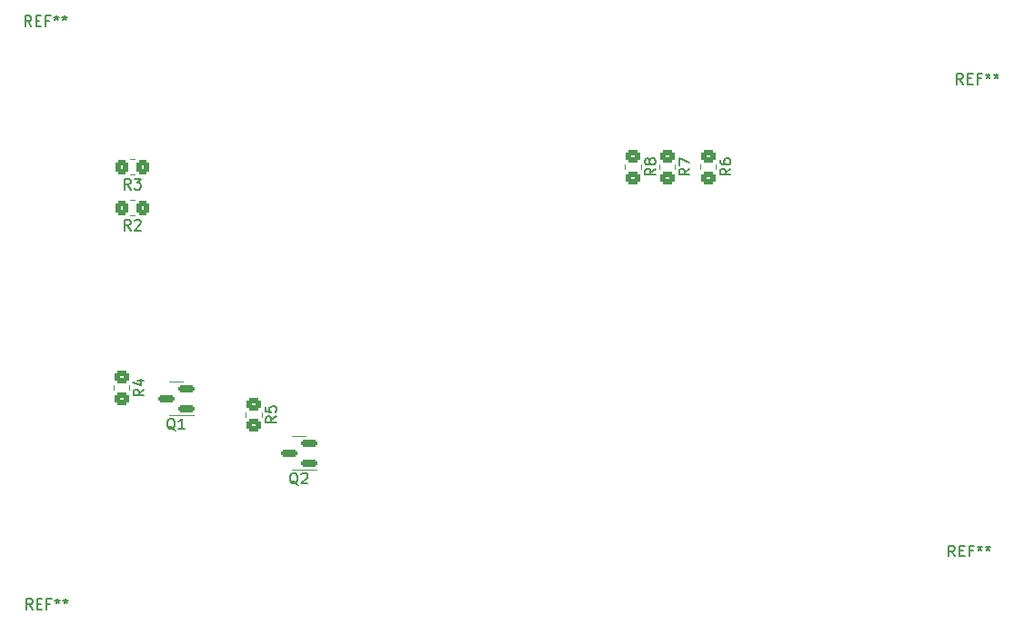
<source format=gto>
%TF.GenerationSoftware,KiCad,Pcbnew,6.0.5-a6ca702e91~116~ubuntu20.04.1*%
%TF.CreationDate,2022-05-18T10:56:59+02:00*%
%TF.ProjectId,StationMeteo,53746174-696f-46e4-9d65-74656f2e6b69,rev?*%
%TF.SameCoordinates,PX21e9a40PY196f3b0*%
%TF.FileFunction,Legend,Top*%
%TF.FilePolarity,Positive*%
%FSLAX46Y46*%
G04 Gerber Fmt 4.6, Leading zero omitted, Abs format (unit mm)*
G04 Created by KiCad (PCBNEW 6.0.5-a6ca702e91~116~ubuntu20.04.1) date 2022-05-18 10:56:59*
%MOMM*%
%LPD*%
G01*
G04 APERTURE LIST*
G04 Aperture macros list*
%AMRoundRect*
0 Rectangle with rounded corners*
0 $1 Rounding radius*
0 $2 $3 $4 $5 $6 $7 $8 $9 X,Y pos of 4 corners*
0 Add a 4 corners polygon primitive as box body*
4,1,4,$2,$3,$4,$5,$6,$7,$8,$9,$2,$3,0*
0 Add four circle primitives for the rounded corners*
1,1,$1+$1,$2,$3*
1,1,$1+$1,$4,$5*
1,1,$1+$1,$6,$7*
1,1,$1+$1,$8,$9*
0 Add four rect primitives between the rounded corners*
20,1,$1+$1,$2,$3,$4,$5,0*
20,1,$1+$1,$4,$5,$6,$7,0*
20,1,$1+$1,$6,$7,$8,$9,0*
20,1,$1+$1,$8,$9,$2,$3,0*%
G04 Aperture macros list end*
%ADD10C,0.150000*%
%ADD11C,0.120000*%
%ADD12RoundRect,0.250000X0.350000X0.450000X-0.350000X0.450000X-0.350000X-0.450000X0.350000X-0.450000X0*%
%ADD13RoundRect,0.250000X-0.450000X0.350000X-0.450000X-0.350000X0.450000X-0.350000X0.450000X0.350000X0*%
%ADD14RoundRect,0.150000X0.587500X0.150000X-0.587500X0.150000X-0.587500X-0.150000X0.587500X-0.150000X0*%
%ADD15C,3.500000*%
%ADD16R,1.700000X1.700000*%
%ADD17O,1.700000X1.700000*%
%ADD18R,1.800000X1.800000*%
%ADD19C,1.800000*%
%ADD20C,1.600000*%
%ADD21O,1.600000X1.600000*%
%ADD22R,1.600000X1.600000*%
G04 APERTURE END LIST*
D10*
%TO.C,R2*%
X16089333Y-22422380D02*
X15756000Y-21946190D01*
X15517904Y-22422380D02*
X15517904Y-21422380D01*
X15898857Y-21422380D01*
X15994095Y-21470000D01*
X16041714Y-21517619D01*
X16089333Y-21612857D01*
X16089333Y-21755714D01*
X16041714Y-21850952D01*
X15994095Y-21898571D01*
X15898857Y-21946190D01*
X15517904Y-21946190D01*
X16470285Y-21517619D02*
X16517904Y-21470000D01*
X16613142Y-21422380D01*
X16851238Y-21422380D01*
X16946476Y-21470000D01*
X16994095Y-21517619D01*
X17041714Y-21612857D01*
X17041714Y-21708095D01*
X16994095Y-21850952D01*
X16422666Y-22422380D01*
X17041714Y-22422380D01*
%TO.C,R8*%
X64967380Y-16676666D02*
X64491190Y-17010000D01*
X64967380Y-17248095D02*
X63967380Y-17248095D01*
X63967380Y-16867142D01*
X64015000Y-16771904D01*
X64062619Y-16724285D01*
X64157857Y-16676666D01*
X64300714Y-16676666D01*
X64395952Y-16724285D01*
X64443571Y-16771904D01*
X64491190Y-16867142D01*
X64491190Y-17248095D01*
X64395952Y-16105238D02*
X64348333Y-16200476D01*
X64300714Y-16248095D01*
X64205476Y-16295714D01*
X64157857Y-16295714D01*
X64062619Y-16248095D01*
X64015000Y-16200476D01*
X63967380Y-16105238D01*
X63967380Y-15914761D01*
X64015000Y-15819523D01*
X64062619Y-15771904D01*
X64157857Y-15724285D01*
X64205476Y-15724285D01*
X64300714Y-15771904D01*
X64348333Y-15819523D01*
X64395952Y-15914761D01*
X64395952Y-16105238D01*
X64443571Y-16200476D01*
X64491190Y-16248095D01*
X64586428Y-16295714D01*
X64776904Y-16295714D01*
X64872142Y-16248095D01*
X64919761Y-16200476D01*
X64967380Y-16105238D01*
X64967380Y-15914761D01*
X64919761Y-15819523D01*
X64872142Y-15771904D01*
X64776904Y-15724285D01*
X64586428Y-15724285D01*
X64491190Y-15771904D01*
X64443571Y-15819523D01*
X64395952Y-15914761D01*
%TO.C,Q1*%
X20224761Y-41047619D02*
X20129523Y-41000000D01*
X20034285Y-40904761D01*
X19891428Y-40761904D01*
X19796190Y-40714285D01*
X19700952Y-40714285D01*
X19748571Y-40952380D02*
X19653333Y-40904761D01*
X19558095Y-40809523D01*
X19510476Y-40619047D01*
X19510476Y-40285714D01*
X19558095Y-40095238D01*
X19653333Y-40000000D01*
X19748571Y-39952380D01*
X19939047Y-39952380D01*
X20034285Y-40000000D01*
X20129523Y-40095238D01*
X20177142Y-40285714D01*
X20177142Y-40619047D01*
X20129523Y-40809523D01*
X20034285Y-40904761D01*
X19939047Y-40952380D01*
X19748571Y-40952380D01*
X21129523Y-40952380D02*
X20558095Y-40952380D01*
X20843809Y-40952380D02*
X20843809Y-39952380D01*
X20748571Y-40095238D01*
X20653333Y-40190476D01*
X20558095Y-40238095D01*
%TO.C,R6*%
X71952380Y-16676666D02*
X71476190Y-17010000D01*
X71952380Y-17248095D02*
X70952380Y-17248095D01*
X70952380Y-16867142D01*
X71000000Y-16771904D01*
X71047619Y-16724285D01*
X71142857Y-16676666D01*
X71285714Y-16676666D01*
X71380952Y-16724285D01*
X71428571Y-16771904D01*
X71476190Y-16867142D01*
X71476190Y-17248095D01*
X70952380Y-15819523D02*
X70952380Y-16010000D01*
X71000000Y-16105238D01*
X71047619Y-16152857D01*
X71190476Y-16248095D01*
X71380952Y-16295714D01*
X71761904Y-16295714D01*
X71857142Y-16248095D01*
X71904761Y-16200476D01*
X71952380Y-16105238D01*
X71952380Y-15914761D01*
X71904761Y-15819523D01*
X71857142Y-15771904D01*
X71761904Y-15724285D01*
X71523809Y-15724285D01*
X71428571Y-15771904D01*
X71380952Y-15819523D01*
X71333333Y-15914761D01*
X71333333Y-16105238D01*
X71380952Y-16200476D01*
X71428571Y-16248095D01*
X71523809Y-16295714D01*
%TO.C,REF\u002A\u002A*%
X92818039Y-52797580D02*
X92484706Y-52321390D01*
X92246611Y-52797580D02*
X92246611Y-51797580D01*
X92627563Y-51797580D01*
X92722801Y-51845200D01*
X92770420Y-51892819D01*
X92818039Y-51988057D01*
X92818039Y-52130914D01*
X92770420Y-52226152D01*
X92722801Y-52273771D01*
X92627563Y-52321390D01*
X92246611Y-52321390D01*
X93246611Y-52273771D02*
X93579944Y-52273771D01*
X93722801Y-52797580D02*
X93246611Y-52797580D01*
X93246611Y-51797580D01*
X93722801Y-51797580D01*
X94484706Y-52273771D02*
X94151373Y-52273771D01*
X94151373Y-52797580D02*
X94151373Y-51797580D01*
X94627563Y-51797580D01*
X95151373Y-51797580D02*
X95151373Y-52035676D01*
X94913277Y-51940438D02*
X95151373Y-52035676D01*
X95389468Y-51940438D01*
X95008515Y-52226152D02*
X95151373Y-52035676D01*
X95294230Y-52226152D01*
X95913277Y-51797580D02*
X95913277Y-52035676D01*
X95675182Y-51940438D02*
X95913277Y-52035676D01*
X96151373Y-51940438D01*
X95770420Y-52226152D02*
X95913277Y-52035676D01*
X96056134Y-52226152D01*
%TO.C,R5*%
X29646724Y-39763920D02*
X29170534Y-40097254D01*
X29646724Y-40335349D02*
X28646724Y-40335349D01*
X28646724Y-39954396D01*
X28694344Y-39859158D01*
X28741963Y-39811539D01*
X28837201Y-39763920D01*
X28980058Y-39763920D01*
X29075296Y-39811539D01*
X29122915Y-39859158D01*
X29170534Y-39954396D01*
X29170534Y-40335349D01*
X28646724Y-38859158D02*
X28646724Y-39335349D01*
X29122915Y-39382968D01*
X29075296Y-39335349D01*
X29027677Y-39240111D01*
X29027677Y-39002015D01*
X29075296Y-38906777D01*
X29122915Y-38859158D01*
X29218153Y-38811539D01*
X29456248Y-38811539D01*
X29551486Y-38859158D01*
X29599105Y-38906777D01*
X29646724Y-39002015D01*
X29646724Y-39240111D01*
X29599105Y-39335349D01*
X29551486Y-39382968D01*
%TO.C,REF\u002A\u002A*%
X6842664Y-3411429D02*
X6509331Y-2935239D01*
X6271236Y-3411429D02*
X6271236Y-2411429D01*
X6652188Y-2411429D01*
X6747426Y-2459049D01*
X6795045Y-2506668D01*
X6842664Y-2601906D01*
X6842664Y-2744763D01*
X6795045Y-2840001D01*
X6747426Y-2887620D01*
X6652188Y-2935239D01*
X6271236Y-2935239D01*
X7271236Y-2887620D02*
X7604569Y-2887620D01*
X7747426Y-3411429D02*
X7271236Y-3411429D01*
X7271236Y-2411429D01*
X7747426Y-2411429D01*
X8509331Y-2887620D02*
X8175998Y-2887620D01*
X8175998Y-3411429D02*
X8175998Y-2411429D01*
X8652188Y-2411429D01*
X9175998Y-2411429D02*
X9175998Y-2649525D01*
X8937902Y-2554287D02*
X9175998Y-2649525D01*
X9414093Y-2554287D01*
X9033140Y-2840001D02*
X9175998Y-2649525D01*
X9318855Y-2840001D01*
X9937902Y-2411429D02*
X9937902Y-2649525D01*
X9699807Y-2554287D02*
X9937902Y-2649525D01*
X10175998Y-2554287D01*
X9795045Y-2840001D02*
X9937902Y-2649525D01*
X10080759Y-2840001D01*
%TO.C,R4*%
X17342380Y-37250666D02*
X16866190Y-37584000D01*
X17342380Y-37822095D02*
X16342380Y-37822095D01*
X16342380Y-37441142D01*
X16390000Y-37345904D01*
X16437619Y-37298285D01*
X16532857Y-37250666D01*
X16675714Y-37250666D01*
X16770952Y-37298285D01*
X16818571Y-37345904D01*
X16866190Y-37441142D01*
X16866190Y-37822095D01*
X16675714Y-36393523D02*
X17342380Y-36393523D01*
X16294761Y-36631619D02*
X17009047Y-36869714D01*
X17009047Y-36250666D01*
%TO.C,REF\u002A\u002A*%
X93585763Y-8793797D02*
X93252430Y-8317607D01*
X93014335Y-8793797D02*
X93014335Y-7793797D01*
X93395287Y-7793797D01*
X93490525Y-7841417D01*
X93538144Y-7889036D01*
X93585763Y-7984274D01*
X93585763Y-8127131D01*
X93538144Y-8222369D01*
X93490525Y-8269988D01*
X93395287Y-8317607D01*
X93014335Y-8317607D01*
X94014335Y-8269988D02*
X94347668Y-8269988D01*
X94490525Y-8793797D02*
X94014335Y-8793797D01*
X94014335Y-7793797D01*
X94490525Y-7793797D01*
X95252430Y-8269988D02*
X94919097Y-8269988D01*
X94919097Y-8793797D02*
X94919097Y-7793797D01*
X95395287Y-7793797D01*
X95919097Y-7793797D02*
X95919097Y-8031893D01*
X95681001Y-7936655D02*
X95919097Y-8031893D01*
X96157192Y-7936655D01*
X95776239Y-8222369D02*
X95919097Y-8031893D01*
X96061954Y-8222369D01*
X96681001Y-7793797D02*
X96681001Y-8031893D01*
X96442906Y-7936655D02*
X96681001Y-8031893D01*
X96919097Y-7936655D01*
X96538144Y-8222369D02*
X96681001Y-8031893D01*
X96823858Y-8222369D01*
%TO.C,Q2*%
X31654761Y-46127619D02*
X31559523Y-46080000D01*
X31464285Y-45984761D01*
X31321428Y-45841904D01*
X31226190Y-45794285D01*
X31130952Y-45794285D01*
X31178571Y-46032380D02*
X31083333Y-45984761D01*
X30988095Y-45889523D01*
X30940476Y-45699047D01*
X30940476Y-45365714D01*
X30988095Y-45175238D01*
X31083333Y-45080000D01*
X31178571Y-45032380D01*
X31369047Y-45032380D01*
X31464285Y-45080000D01*
X31559523Y-45175238D01*
X31607142Y-45365714D01*
X31607142Y-45699047D01*
X31559523Y-45889523D01*
X31464285Y-45984761D01*
X31369047Y-46032380D01*
X31178571Y-46032380D01*
X31988095Y-45127619D02*
X32035714Y-45080000D01*
X32130952Y-45032380D01*
X32369047Y-45032380D01*
X32464285Y-45080000D01*
X32511904Y-45127619D01*
X32559523Y-45222857D01*
X32559523Y-45318095D01*
X32511904Y-45460952D01*
X31940476Y-46032380D01*
X32559523Y-46032380D01*
%TO.C,REF\u002A\u002A*%
X6944264Y-57742029D02*
X6610931Y-57265839D01*
X6372836Y-57742029D02*
X6372836Y-56742029D01*
X6753788Y-56742029D01*
X6849026Y-56789649D01*
X6896645Y-56837268D01*
X6944264Y-56932506D01*
X6944264Y-57075363D01*
X6896645Y-57170601D01*
X6849026Y-57218220D01*
X6753788Y-57265839D01*
X6372836Y-57265839D01*
X7372836Y-57218220D02*
X7706169Y-57218220D01*
X7849026Y-57742029D02*
X7372836Y-57742029D01*
X7372836Y-56742029D01*
X7849026Y-56742029D01*
X8610931Y-57218220D02*
X8277598Y-57218220D01*
X8277598Y-57742029D02*
X8277598Y-56742029D01*
X8753788Y-56742029D01*
X9277598Y-56742029D02*
X9277598Y-56980125D01*
X9039502Y-56884887D02*
X9277598Y-56980125D01*
X9515693Y-56884887D01*
X9134740Y-57170601D02*
X9277598Y-56980125D01*
X9420455Y-57170601D01*
X10039502Y-56742029D02*
X10039502Y-56980125D01*
X9801407Y-56884887D02*
X10039502Y-56980125D01*
X10277598Y-56884887D01*
X9896645Y-57170601D02*
X10039502Y-56980125D01*
X10182359Y-57170601D01*
%TO.C,R7*%
X68142380Y-16676666D02*
X67666190Y-17010000D01*
X68142380Y-17248095D02*
X67142380Y-17248095D01*
X67142380Y-16867142D01*
X67190000Y-16771904D01*
X67237619Y-16724285D01*
X67332857Y-16676666D01*
X67475714Y-16676666D01*
X67570952Y-16724285D01*
X67618571Y-16771904D01*
X67666190Y-16867142D01*
X67666190Y-17248095D01*
X67142380Y-16343333D02*
X67142380Y-15676666D01*
X68142380Y-16105238D01*
%TO.C,R3*%
X16089333Y-18612380D02*
X15756000Y-18136190D01*
X15517904Y-18612380D02*
X15517904Y-17612380D01*
X15898857Y-17612380D01*
X15994095Y-17660000D01*
X16041714Y-17707619D01*
X16089333Y-17802857D01*
X16089333Y-17945714D01*
X16041714Y-18040952D01*
X15994095Y-18088571D01*
X15898857Y-18136190D01*
X15517904Y-18136190D01*
X16422666Y-17612380D02*
X17041714Y-17612380D01*
X16708380Y-17993333D01*
X16851238Y-17993333D01*
X16946476Y-18040952D01*
X16994095Y-18088571D01*
X17041714Y-18183809D01*
X17041714Y-18421904D01*
X16994095Y-18517142D01*
X16946476Y-18564761D01*
X16851238Y-18612380D01*
X16565523Y-18612380D01*
X16470285Y-18564761D01*
X16422666Y-18517142D01*
D11*
%TO.C,R2*%
X16483064Y-19585000D02*
X16028936Y-19585000D01*
X16483064Y-21055000D02*
X16028936Y-21055000D01*
%TO.C,R8*%
X63600000Y-16282936D02*
X63600000Y-16737064D01*
X62130000Y-16282936D02*
X62130000Y-16737064D01*
%TO.C,Q1*%
X20320000Y-36540000D02*
X20970000Y-36540000D01*
X20320000Y-36540000D02*
X19670000Y-36540000D01*
X20320000Y-39660000D02*
X19670000Y-39660000D01*
X20320000Y-39660000D02*
X21995000Y-39660000D01*
%TO.C,R6*%
X69115000Y-16282936D02*
X69115000Y-16737064D01*
X70585000Y-16282936D02*
X70585000Y-16737064D01*
%TO.C,R5*%
X26809344Y-39370190D02*
X26809344Y-39824318D01*
X28279344Y-39370190D02*
X28279344Y-39824318D01*
%TO.C,R4*%
X15975000Y-36856936D02*
X15975000Y-37311064D01*
X14505000Y-36856936D02*
X14505000Y-37311064D01*
%TO.C,Q2*%
X31750000Y-41620000D02*
X32400000Y-41620000D01*
X31750000Y-44740000D02*
X33425000Y-44740000D01*
X31750000Y-41620000D02*
X31100000Y-41620000D01*
X31750000Y-44740000D02*
X31100000Y-44740000D01*
%TO.C,R7*%
X66775000Y-16282936D02*
X66775000Y-16737064D01*
X65305000Y-16282936D02*
X65305000Y-16737064D01*
%TO.C,R3*%
X16483064Y-17245000D02*
X16028936Y-17245000D01*
X16483064Y-15775000D02*
X16028936Y-15775000D01*
%TD*%
%LPC*%
D12*
%TO.C,R2*%
X17256000Y-20320000D03*
X15256000Y-20320000D03*
%TD*%
D13*
%TO.C,R8*%
X62865000Y-15510000D03*
X62865000Y-17510000D03*
%TD*%
D14*
%TO.C,Q1*%
X21257500Y-39050000D03*
X21257500Y-37150000D03*
X19382500Y-38100000D03*
%TD*%
D13*
%TO.C,R6*%
X69850000Y-15510000D03*
X69850000Y-17510000D03*
%TD*%
D15*
%TO.C,REF\u002A\u002A*%
X95681800Y-56845200D03*
%TD*%
D13*
%TO.C,R5*%
X27544344Y-38597254D03*
X27544344Y-40597254D03*
%TD*%
D15*
%TO.C,REF\u002A\u002A*%
X2413000Y-2286000D03*
%TD*%
D13*
%TO.C,R4*%
X15240000Y-36084000D03*
X15240000Y-38084000D03*
%TD*%
D15*
%TO.C,REF\u002A\u002A*%
X95632288Y-2159000D03*
%TD*%
D14*
%TO.C,Q2*%
X32687500Y-44130000D03*
X32687500Y-42230000D03*
X30812500Y-43180000D03*
%TD*%
D15*
%TO.C,REF\u002A\u002A*%
X2514600Y-56616600D03*
%TD*%
D13*
%TO.C,R7*%
X66040000Y-15510000D03*
X66040000Y-17510000D03*
%TD*%
D12*
%TO.C,R3*%
X17256000Y-16510000D03*
X15256000Y-16510000D03*
%TD*%
D16*
%TO.C,J5*%
X85070000Y-3810000D03*
D17*
X82530000Y-3810000D03*
X79990000Y-3810000D03*
X77450000Y-3810000D03*
X74910000Y-3810000D03*
X72370000Y-3810000D03*
X69830000Y-3810000D03*
%TD*%
D18*
%TO.C,D2*%
X35560000Y-5080000D03*
D19*
X38100000Y-5080000D03*
%TD*%
D20*
%TO.C,R1*%
X83849000Y-45974000D03*
D21*
X78769000Y-45974000D03*
%TD*%
D22*
%TO.C,A1*%
X54610000Y-21600000D03*
D21*
X57150000Y-21600000D03*
X59690000Y-21600000D03*
X62230000Y-21600000D03*
X64770000Y-21600000D03*
X67310000Y-21600000D03*
X69850000Y-21600000D03*
X72390000Y-21600000D03*
X74930000Y-21600000D03*
X77470000Y-21600000D03*
X80010000Y-21600000D03*
X82550000Y-21600000D03*
X85090000Y-21600000D03*
X87630000Y-21600000D03*
X90170000Y-21600000D03*
X90170000Y-36840000D03*
X87630000Y-36840000D03*
X85090000Y-36840000D03*
X82550000Y-36840000D03*
X80010000Y-36840000D03*
X77470000Y-36840000D03*
X74930000Y-36840000D03*
X72390000Y-36840000D03*
X69850000Y-36840000D03*
X67310000Y-36840000D03*
X64770000Y-36840000D03*
X62230000Y-36840000D03*
X59690000Y-36840000D03*
X57150000Y-36840000D03*
X54610000Y-36840000D03*
%TD*%
D18*
%TO.C,D3*%
X27940000Y-5080000D03*
D19*
X30480000Y-5080000D03*
%TD*%
D16*
%TO.C,J3*%
X8890000Y-15240000D03*
D17*
X8890000Y-17780000D03*
X8890000Y-20320000D03*
X8890000Y-22860000D03*
%TD*%
D16*
%TO.C,J1*%
X82550000Y-55880000D03*
D17*
X80010000Y-55880000D03*
X77470000Y-55880000D03*
X74930000Y-55880000D03*
%TD*%
D20*
%TO.C,C1*%
X81240000Y-50800000D03*
X76240000Y-50800000D03*
%TD*%
D16*
%TO.C,J2*%
X8915000Y-43170000D03*
D17*
X8915000Y-40630000D03*
X8915000Y-38090000D03*
X8915000Y-35550000D03*
%TD*%
D16*
%TO.C,J4*%
X67300000Y-55830000D03*
D17*
X64760000Y-55830000D03*
X62220000Y-55830000D03*
X59680000Y-55830000D03*
%TD*%
D18*
%TO.C,D1*%
X43180000Y-5080000D03*
D19*
X45720000Y-5080000D03*
%TD*%
M02*

</source>
